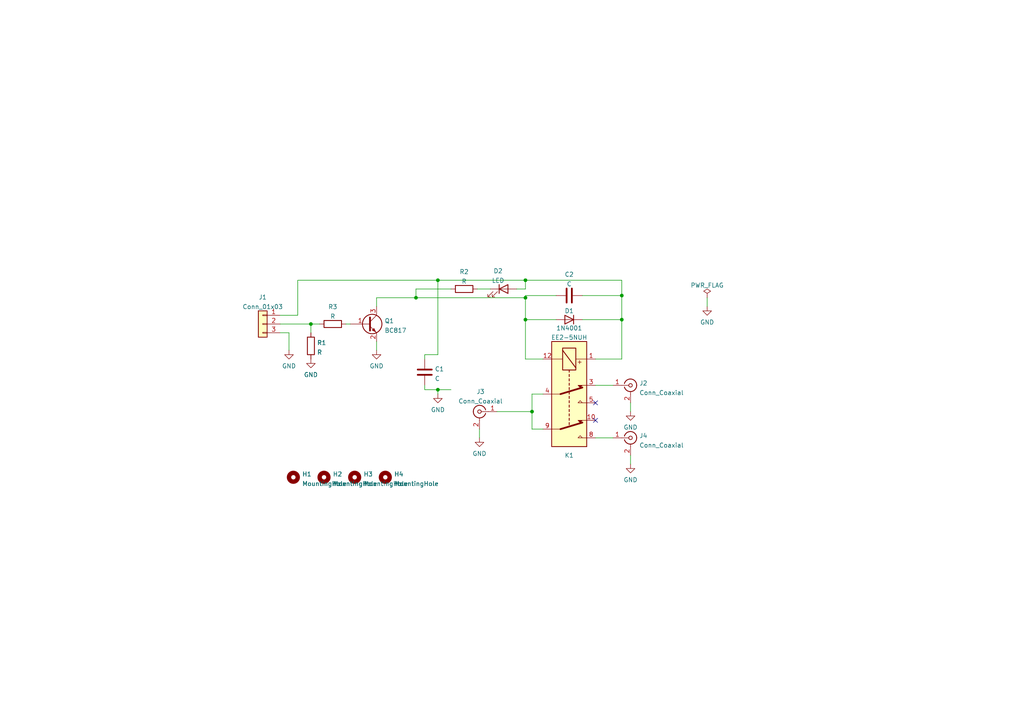
<source format=kicad_sch>
(kicad_sch (version 20211123) (generator eeschema)
  (paper "A4")
  (lib_symbols
    (symbol "Connector:Conn_Coaxial" (pin_names (offset 1.016) hide)
      (property "Reference" "J" (at 0.254 3.048 0))
      (property "Value" "Conn_Coaxial" (at 2.921 0 90))
      (symbol "Conn_Coaxial_0_1"
        (arc (start -1.778 -0.508) (mid 0.222 -1.808) (end 1.778 0) (stroke (width 0.254)))
        (polyline (pts (xy -2.54 0) (xy -0.508 0)))
        (polyline (pts (xy 0 -2.54) (xy 0 -1.778)))
        (circle (center 0 0) (radius 0.508) (stroke (width 0.2032)))
        (arc (start 1.778 0) (mid 0.222 1.8083) (end -1.778 0.508) (stroke (width 0.254)))
      )
      (symbol "Conn_Coaxial_1_1"
        (pin passive line (at -5.08 0 0) (length 2.54) (name "In") (number "1"))
        (pin passive line (at 0 -5.08 90) (length 2.54) (name "Ext") (number "2"))
      )
    )
    (symbol "Connector_Generic:Conn_01x03" (pin_names (offset 1.016) hide)
      (property "Reference" "J" (at 0 5.08 0))
      (property "Value" "Conn_01x03" (at 0 -5.08 0))
      (symbol "Conn_01x03_1_1"
        (rectangle (start -1.27 -2.413) (end 0 -2.667) (stroke (width 0.1524)))
        (rectangle (start -1.27 0.127) (end 0 -0.127) (stroke (width 0.1524)))
        (rectangle (start -1.27 2.667) (end 0 2.413) (stroke (width 0.1524)))
        (rectangle (start -1.27 3.81) (end 1.27 -3.81) (stroke (width 0.254)) (fill (type background)))
        (pin passive line (at -5.08 2.54 0) (length 3.81) (name "Pin_1") (number "1"))
        (pin passive line (at -5.08 0 0) (length 3.81) (name "Pin_2") (number "2"))
        (pin passive line (at -5.08 -2.54 0) (length 3.81) (name "Pin_3") (number "3"))
      )
    )
    (symbol "Device:C" (pin_numbers hide) (pin_names (offset 0.254))
      (property "Reference" "C" (at 0.635 2.54 0))
      (property "Value" "C" (at 0.635 -2.54 0))
      (symbol "C_0_1"
        (polyline (pts (xy -2.032 -0.762) (xy 2.032 -0.762)) (stroke (width 0.508)))
        (polyline (pts (xy -2.032 0.762) (xy 2.032 0.762)) (stroke (width 0.508)))
      )
      (symbol "C_1_1"
        (pin passive line (at 0 3.81 270) (length 2.794) (name "~") (number "1"))
        (pin passive line (at 0 -3.81 90) (length 2.794) (name "~") (number "2"))
      )
    )
    (symbol "Device:LED" (pin_numbers hide) (pin_names (offset 1.016) hide)
      (property "Reference" "D" (at 0 2.54 0))
      (property "Value" "LED" (at 0 -2.54 0))
      (symbol "LED_0_1"
        (polyline (pts (xy -1.27 -1.27) (xy -1.27 1.27)) (stroke (width 0.254)))
        (polyline (pts (xy -1.27 0) (xy 1.27 0)))
        (polyline (pts (xy 1.27 -1.27) (xy 1.27 1.27) (xy -1.27 0) (xy 1.27 -1.27)) (stroke (width 0.254)))
        (polyline (pts (xy -3.048 -0.762) (xy -4.572 -2.286) (xy -3.81 -2.286) (xy -4.572 -2.286) (xy -4.572 -1.524)))
        (polyline (pts (xy -1.778 -0.762) (xy -3.302 -2.286) (xy -2.54 -2.286) (xy -3.302 -2.286) (xy -3.302 -1.524)))
      )
      (symbol "LED_1_1"
        (pin passive line (at -3.81 0 0) (length 2.54) (name "K") (number "1"))
        (pin passive line (at 3.81 0 180) (length 2.54) (name "A") (number "2"))
      )
    )
    (symbol "Device:R" (pin_numbers hide) (pin_names (offset 0))
      (property "Reference" "R" (at 2.032 0 90))
      (property "Value" "R" (at 0 0 90))
      (symbol "R_0_1"
        (rectangle (start -1.016 -2.54) (end 1.016 2.54) (stroke (width 0.254)))
      )
      (symbol "R_1_1"
        (pin passive line (at 0 3.81 270) (length 1.27) (name "~") (number "1"))
        (pin passive line (at 0 -3.81 90) (length 1.27) (name "~") (number "2"))
      )
    )
    (symbol "Diode:1N4001" (pin_numbers hide) (pin_names (offset 1.016) hide)
      (property "Reference" "D" (at 0 2.54 0))
      (property "Value" "1N4001" (at 0 -2.54 0))
      (symbol "1N4001_0_1"
        (polyline (pts (xy -1.27 1.27) (xy -1.27 -1.27)) (stroke (width 0.254)))
        (polyline (pts (xy 1.27 0) (xy -1.27 0)))
        (polyline (pts (xy 1.27 1.27) (xy 1.27 -1.27) (xy -1.27 0) (xy 1.27 1.27)) (stroke (width 0.254)))
      )
      (symbol "1N4001_1_1"
        (pin passive line (at -3.81 0 0) (length 2.54) (name "K") (number "1"))
        (pin passive line (at 3.81 0 180) (length 2.54) (name "A") (number "2"))
      )
    )
    (symbol "Mechanical:MountingHole" (pin_names (offset 1.016))
      (property "Reference" "H" (at 0 5.08 0))
      (property "Value" "MountingHole" (at 0 3.175 0))
      (symbol "MountingHole_0_1"
        (circle (center 0 0) (radius 1.27) (stroke (width 1.27)))
      )
    )
    (symbol "Relay:EE2-5NUH"
      (property "Reference" "K" (at 15.24 8.89 0))
      (property "Value" "EE2-5NUH" (at 19.05 6.35 0))
      (symbol "EE2-5NUH_1_1"
        (rectangle (start -15.24 5.08) (end 15.24 -5.08) (stroke (width 0.254)) (fill (type background)))
        (rectangle (start -13.335 1.905) (end -6.985 -1.905) (stroke (width 0.254)))
        (polyline (pts (xy -12.7 -1.905) (xy -7.62 1.905)) (stroke (width 0.254)))
        (polyline (pts (xy -10.16 -5.08) (xy -10.16 -1.905)))
        (polyline (pts (xy -10.16 5.08) (xy -10.16 1.905)))
        (polyline (pts (xy -6.985 0) (xy -6.35 0)) (stroke (width 0.254)))
        (polyline (pts (xy -5.715 0) (xy -5.08 0)) (stroke (width 0.254)))
        (polyline (pts (xy -4.445 0) (xy -3.81 0)) (stroke (width 0.254)))
        (polyline (pts (xy -3.175 0) (xy -2.54 0)) (stroke (width 0.254)))
        (polyline (pts (xy -1.905 0) (xy -1.27 0)) (stroke (width 0.254)))
        (polyline (pts (xy -0.635 0) (xy 0 0)) (stroke (width 0.254)))
        (polyline (pts (xy 0 -2.54) (xy -1.905 3.81)) (stroke (width 0.508)))
        (polyline (pts (xy 0 -2.54) (xy 0 -5.08)))
        (polyline (pts (xy 0.635 0) (xy 1.27 0)) (stroke (width 0.254)))
        (polyline (pts (xy 1.905 0) (xy 2.54 0)) (stroke (width 0.254)))
        (polyline (pts (xy 3.175 0) (xy 3.81 0)) (stroke (width 0.254)))
        (polyline (pts (xy 4.445 0) (xy 5.08 0)) (stroke (width 0.254)))
        (polyline (pts (xy 5.715 0) (xy 6.35 0)) (stroke (width 0.254)))
        (polyline (pts (xy 6.985 0) (xy 7.62 0)) (stroke (width 0.254)))
        (polyline (pts (xy 8.255 0) (xy 8.89 0)) (stroke (width 0.254)))
        (polyline (pts (xy 10.16 -2.54) (xy 8.255 3.81)) (stroke (width 0.508)))
        (polyline (pts (xy 10.16 -2.54) (xy 10.16 -5.08)))
        (polyline (pts (xy -2.54 5.08) (xy -2.54 2.54) (xy -1.905 3.175) (xy -2.54 3.81)) (fill (type outline)))
        (polyline (pts (xy 2.54 5.08) (xy 2.54 2.54) (xy 1.905 3.175) (xy 2.54 3.81)))
        (polyline (pts (xy 7.62 5.08) (xy 7.62 2.54) (xy 8.255 3.175) (xy 7.62 3.81)) (fill (type outline)))
        (polyline (pts (xy 12.7 5.08) (xy 12.7 2.54) (xy 12.065 3.175) (xy 12.7 3.81)))
        (text "+" (at -9.271 2.921 0) (effects (font (size 1.27 1.27))))
        (pin passive line (at -10.16 7.62 270) (length 2.54) (name "~") (number "1"))
        (pin passive line (at 7.62 7.62 270) (length 2.54) (name "~") (number "10"))
        (pin passive line (at -10.16 -7.62 90) (length 2.54) (name "~") (number "12"))
        (pin passive line (at -2.54 7.62 270) (length 2.54) (name "~") (number "3"))
        (pin passive line (at 0 -7.62 90) (length 2.54) (name "~") (number "4"))
        (pin passive line (at 2.54 7.62 270) (length 2.54) (name "~") (number "5"))
        (pin passive line (at 12.7 7.62 270) (length 2.54) (name "~") (number "8"))
        (pin passive line (at 10.16 -7.62 90) (length 2.54) (name "~") (number "9"))
      )
    )
    (symbol "Transistor_BJT:BC817" (pin_names (offset 0) hide)
      (property "Reference" "Q" (at 5.08 1.905 0))
      (property "Value" "BC817" (at 5.08 0 0))
      (symbol "BC817_0_1"
        (polyline (pts (xy 0.635 0.635) (xy 2.54 2.54)))
        (polyline (pts (xy 0.635 -0.635) (xy 2.54 -2.54) (xy 2.54 -2.54)))
        (polyline (pts (xy 0.635 1.905) (xy 0.635 -1.905) (xy 0.635 -1.905)) (stroke (width 0.508)))
        (polyline (pts (xy 1.27 -1.778) (xy 1.778 -1.27) (xy 2.286 -2.286) (xy 1.27 -1.778) (xy 1.27 -1.778)) (fill (type outline)))
        (circle (center 1.27 0) (radius 2.8194) (stroke (width 0.254)))
      )
      (symbol "BC817_1_1"
        (pin input line (at -5.08 0 0) (length 5.715) (name "B") (number "1"))
        (pin passive line (at 2.54 -5.08 90) (length 2.54) (name "E") (number "2"))
        (pin passive line (at 2.54 5.08 270) (length 2.54) (name "C") (number "3"))
      )
    )
    (symbol "power:GND" (power) (pin_names (offset 0))
      (property "Value" "GND" (at 0 -3.81 0))
      (symbol "GND_0_1"
        (polyline (pts (xy 0 0) (xy 0 -1.27) (xy 1.27 -1.27) (xy 0 -2.54) (xy -1.27 -1.27) (xy 0 -1.27)))
      )
      (symbol "GND_1_1"
        (pin power_in line (at 0 0 270) (length 0) hide (name "GND") (number "1"))
      )
    )
    (symbol "power:PWR_FLAG" (power) (pin_numbers hide) (pin_names (offset 0) hide)
      (property "Value" "PWR_FLAG" (at 0 3.81 0))
      (symbol "PWR_FLAG_0_0"
        (pin power_out line (at 0 0 90) (length 0) (name "pwr") (number "1"))
      )
      (symbol "PWR_FLAG_0_1"
        (polyline (pts (xy 0 0) (xy 0 1.27) (xy -1.016 1.905) (xy 0 2.54) (xy 1.016 1.905) (xy 0 1.27)))
      )
    )
  )
  (junction (at 90.17 93.98))
  (junction (at 154.305 119.38))
  (junction (at 152.4 81.28))
  (junction (at 152.4 86.36))
  (junction (at 152.4 92.71))
  (junction (at 120.65 86.36))
  (junction (at 180.34 85.725))
  (junction (at 127 81.28))
  (junction (at 180.34 92.71))
  (junction (at 127 113.03))
  (no_connect (at 172.72 121.92))
  (no_connect (at 172.72 116.84))
  (wire (pts (xy 127 81.28) (xy 127 102.87)))
  (wire (pts (xy 123.19 113.03) (xy 127 113.03)))
  (wire (pts (xy 149.86 83.82) (xy 152.4 83.82)))
  (wire (pts (xy 120.65 83.82) (xy 120.65 86.36)))
  (wire (pts (xy 120.65 86.36) (xy 152.4 86.36)))
  (wire (pts (xy 127 102.87) (xy 123.19 102.87)))
  (wire (pts (xy 154.305 114.3) (xy 154.305 119.38)))
  (wire (pts (xy 138.43 83.82) (xy 142.24 83.82)))
  (wire (pts (xy 83.82 96.52) (xy 83.82 101.6)))
  (wire (pts (xy 168.91 85.725) (xy 180.34 85.725)))
  (wire (pts (xy 152.4 85.725) (xy 152.4 86.36)))
  (wire (pts (xy 168.91 92.71) (xy 180.34 92.71)))
  (wire (pts (xy 180.34 85.725) (xy 180.34 92.71)))
  (wire (pts (xy 180.34 81.28) (xy 180.34 85.725)))
  (wire (pts (xy 123.19 104.14) (xy 123.19 102.87)))
  (wire (pts (xy 86.36 81.28) (xy 86.36 91.44)))
  (wire (pts (xy 100.33 93.98) (xy 101.6 93.98)))
  (wire (pts (xy 172.72 104.14) (xy 180.34 104.14)))
  (wire (pts (xy 152.4 81.28) (xy 180.34 81.28)))
  (wire (pts (xy 123.19 111.76) (xy 123.19 113.03)))
  (wire (pts (xy 152.4 86.36) (xy 152.4 92.71)))
  (wire (pts (xy 109.22 88.9) (xy 109.22 86.36)))
  (wire (pts (xy 161.29 85.725) (xy 152.4 85.725)))
  (wire (pts (xy 180.34 92.71) (xy 180.34 104.14)))
  (wire (pts (xy 130.81 83.82) (xy 120.65 83.82)))
  (wire (pts (xy 152.4 92.71) (xy 161.29 92.71)))
  (wire (pts (xy 109.22 86.36) (xy 120.65 86.36)))
  (wire (pts (xy 172.72 127) (xy 177.8 127)))
  (wire (pts (xy 154.305 124.46) (xy 154.305 119.38)))
  (wire (pts (xy 152.4 81.28) (xy 152.4 83.82)))
  (wire (pts (xy 144.145 119.38) (xy 154.305 119.38)))
  (wire (pts (xy 127 113.03) (xy 127 114.3)))
  (wire (pts (xy 90.17 93.98) (xy 92.71 93.98)))
  (wire (pts (xy 139.065 124.46) (xy 139.065 127)))
  (wire (pts (xy 157.48 124.46) (xy 154.305 124.46)))
  (wire (pts (xy 205.105 86.36) (xy 205.105 88.9)))
  (wire (pts (xy 109.22 99.06) (xy 109.22 101.6)))
  (wire (pts (xy 127 113.03) (xy 130.81 113.03)))
  (wire (pts (xy 86.36 91.44) (xy 81.28 91.44)))
  (wire (pts (xy 172.72 111.76) (xy 177.8 111.76)))
  (wire (pts (xy 90.17 93.98) (xy 90.17 96.52)))
  (wire (pts (xy 152.4 92.71) (xy 152.4 104.14)))
  (wire (pts (xy 81.28 93.98) (xy 90.17 93.98)))
  (wire (pts (xy 152.4 104.14) (xy 157.48 104.14)))
  (wire (pts (xy 182.88 132.08) (xy 182.88 134.62)))
  (wire (pts (xy 182.88 116.84) (xy 182.88 119.38)))
  (wire (pts (xy 81.28 96.52) (xy 83.82 96.52)))
  (wire (pts (xy 157.48 114.3) (xy 154.305 114.3)))
  (wire (pts (xy 86.36 81.28) (xy 127 81.28)))
  (wire (pts (xy 127 81.28) (xy 152.4 81.28)))
  (symbol (lib_id "power:PWR_FLAG") (at 205.105 86.36 0) (unit 1)
    (property "Reference" "#FLG0101" (effects hide))
    (property "Value" "PWR_FLAG" (at 205.105 82.7555 0))
  )
  (symbol (lib_id "power:GND") (at 90.17 104.14 0) (unit 1)
    (property "Reference" "#PWR0101" (effects hide))
    (property "Value" "GND" (at 90.17 108.7025 0))
  )
  (symbol (lib_id "power:GND") (at 127 114.3 0) (unit 1)
    (property "Reference" "#PWR07" (effects hide))
    (property "Value" "GND" (at 127 118.8625 0))
  )
  (symbol (lib_id "Mechanical:MountingHole") (at 85.09 138.43 0) (unit 1)
    (property "Reference" "H1" (at 87.63 137.5215 0) (effects (justify left)))
    (property "Value" "MountingHole" (at 87.63 140.2966 0) (effects (justify left)))
    (property "Footprint" "MountingHole:MountingHole_2.7mm_M2.5_DIN965" (effects hide))
  )
  (symbol (lib_id "Device:C") (at 123.19 107.95 0) (unit 1)
    (property "Reference" "C1" (at 126.111 107.0415 0) (effects (justify left)))
    (property "Value" "C" (at 126.111 109.8166 0) (effects (justify left)))
    (property "Footprint" "Capacitor_SMD:C_0603_1608Metric" (effects hide))
  )
  (symbol (lib_id "power:GND") (at 83.82 101.6 0) (unit 1)
    (property "Reference" "#PWR01" (effects hide))
    (property "Value" "GND" (at 83.82 106.1625 0))
  )
  (symbol (lib_id "Device:LED") (at 146.05 83.82 0) (unit 1)
    (property "Reference" "D2" (at 144.4625 78.5835 0))
    (property "Value" "LED" (at 144.4625 81.3586 0))
    (property "Footprint" "LED_SMD:LED_0603_1608Metric" (effects hide))
  )
  (symbol (lib_id "power:GND") (at 205.105 88.9 0) (unit 1)
    (property "Reference" "#PWR0102" (effects hide))
    (property "Value" "GND" (at 205.105 93.4625 0))
  )
  (symbol (lib_id "Connector:Conn_Coaxial") (at 139.065 119.38 0) (mirror y) (unit 1)
    (property "Reference" "J3" (at 139.3824 113.5869 0))
    (property "Value" "Conn_Coaxial" (at 139.3824 116.362 0))
    (property "Footprint" "Connector_Coaxial:SMA_Samtec_SMA-J-P-X-ST-EM1_EdgeMount" (effects hide))
    (property "Datasheet" " ~" (effects hide))
  )
  (symbol (lib_id "power:GND") (at 139.065 127 0) (unit 1)
    (property "Reference" "#PWR05" (effects hide))
    (property "Value" "GND" (at 139.065 131.5625 0))
  )
  (symbol (lib_id "Connector_Generic:Conn_01x03") (at 76.2 93.98 0) (mirror y) (unit 1)
    (property "Reference" "J1" (at 76.2 86.2035 0))
    (property "Value" "Conn_01x03" (at 76.2 88.9786 0))
    (property "Footprint" "Connector_JST:JST_PH_B3B-PH-SM4-TB_1x03-1MP_P2.00mm_Vertical" (effects hide))
  )
  (symbol (lib_id "Device:R") (at 134.62 83.82 90) (unit 1)
    (property "Reference" "R2" (at 134.62 78.8375 90))
    (property "Value" "R" (at 134.62 81.6126 90))
    (property "Footprint" "Resistor_SMD:R_0603_1608Metric" (effects hide))
  )
  (symbol (lib_id "power:GND") (at 182.88 119.38 0) (unit 1)
    (property "Reference" "#PWR08" (effects hide))
    (property "Value" "GND" (at 182.88 123.9425 0))
  )
  (symbol (lib_id "Relay:EE2-5NUH") (at 165.1 114.3 270) (unit 1)
    (property "Reference" "K1" (at 165.1 132.08 90))
    (property "Value" "EE2-5NUH" (at 165.1 97.8686 90))
    (property "Footprint" "Relay_SMD:Relay_DPDT_Kemet_EE2_NUH" (effects hide))
    (property "Datasheet" "https://content.kemet.com/datasheets/KEM_R7002_EC2_EE2.pdf" (effects hide))
  )
  (symbol (lib_id "Connector:Conn_Coaxial") (at 182.88 111.76 0) (unit 1)
    (property "Reference" "J2" (at 185.42 111.1447 0) (effects (justify left)))
    (property "Value" "Conn_Coaxial" (at 185.42 113.9198 0) (effects (justify left)))
    (property "Footprint" "Connector_Coaxial:SMA_Samtec_SMA-J-P-X-ST-EM1_EdgeMount" (effects hide))
    (property "Datasheet" " ~" (effects hide))
  )
  (symbol (lib_id "Device:R") (at 90.17 100.33 0) (unit 1)
    (property "Reference" "R1" (at 91.948 99.4215 0) (effects (justify left)))
    (property "Value" "R" (at 91.948 102.1966 0) (effects (justify left)))
    (property "Footprint" "Resistor_SMD:R_0603_1608Metric" (effects hide))
  )
  (symbol (lib_id "Mechanical:MountingHole") (at 93.98 138.43 0) (unit 1)
    (property "Reference" "H2" (at 96.52 137.5215 0) (effects (justify left)))
    (property "Value" "MountingHole" (at 96.52 140.2966 0) (effects (justify left)))
    (property "Footprint" "MountingHole:MountingHole_2.7mm_M2.5_DIN965" (effects hide))
  )
  (symbol (lib_id "Mechanical:MountingHole") (at 102.87 138.43 0) (unit 1)
    (property "Reference" "H3" (at 105.41 137.5215 0) (effects (justify left)))
    (property "Value" "MountingHole" (at 105.41 140.2966 0) (effects (justify left)))
    (property "Footprint" "MountingHole:MountingHole_2.7mm_M2.5_DIN965" (effects hide))
  )
  (symbol (lib_id "Transistor_BJT:BC817") (at 106.68 93.98 0) (unit 1)
    (property "Reference" "Q1" (at 111.5314 93.0715 0) (effects (justify left)))
    (property "Value" "BC817" (at 111.5314 95.8466 0) (effects (justify left)))
    (property "Footprint" "Package_TO_SOT_SMD:SOT-23" (effects hide))
    (property "Datasheet" "https://www.onsemi.com/pub/Collateral/BC818-D.pdf" (effects hide))
  )
  (symbol (lib_id "power:GND") (at 182.88 134.62 0) (unit 1)
    (property "Reference" "#PWR09" (effects hide))
    (property "Value" "GND" (at 182.88 139.1825 0))
  )
  (symbol (lib_id "Device:R") (at 96.52 93.98 90) (unit 1)
    (property "Reference" "R3" (at 96.52 88.9975 90))
    (property "Value" "R" (at 96.52 91.7726 90))
    (property "Footprint" "Resistor_SMD:R_0603_1608Metric" (effects hide))
  )
  (symbol (lib_id "Diode:1N4001") (at 165.1 92.71 180) (unit 1)
    (property "Reference" "D1" (at 165.1 90.17 0))
    (property "Value" "1N4001" (at 165.1 95.1714 0))
    (property "Footprint" "Diode_SMD:D_SOD-123" (effects hide))
    (property "Datasheet" "http://www.vishay.com/docs/88503/1n4001.pdf" (effects hide))
  )
  (symbol (lib_id "power:GND") (at 109.22 101.6 0) (unit 1)
    (property "Reference" "#PWR04" (effects hide))
    (property "Value" "GND" (at 109.22 106.1625 0))
  )
  (symbol (lib_id "Device:C") (at 165.1 85.725 90) (unit 1)
    (property "Reference" "C2" (at 165.1 79.5995 90))
    (property "Value" "C" (at 165.1 82.3746 90))
    (property "Footprint" "Capacitor_SMD:C_0603_1608Metric" (effects hide))
  )
  (symbol (lib_id "Mechanical:MountingHole") (at 111.76 138.43 0) (unit 1)
    (property "Reference" "H4" (at 114.3 137.5215 0) (effects (justify left)))
    (property "Value" "MountingHole" (at 114.3 140.2966 0) (effects (justify left)))
    (property "Footprint" "MountingHole:MountingHole_2.7mm_M2.5_DIN965" (effects hide))
  )
  (symbol (lib_id "Connector:Conn_Coaxial") (at 182.88 127 0) (unit 1)
    (property "Reference" "J4" (at 185.42 126.3847 0) (effects (justify left)))
    (property "Value" "Conn_Coaxial" (at 185.42 129.1598 0) (effects (justify left)))
    (property "Footprint" "Connector_Coaxial:SMA_Samtec_SMA-J-P-X-ST-EM1_EdgeMount" (effects hide))
    (property "Datasheet" " ~" (effects hide))
  )
)
</source>
